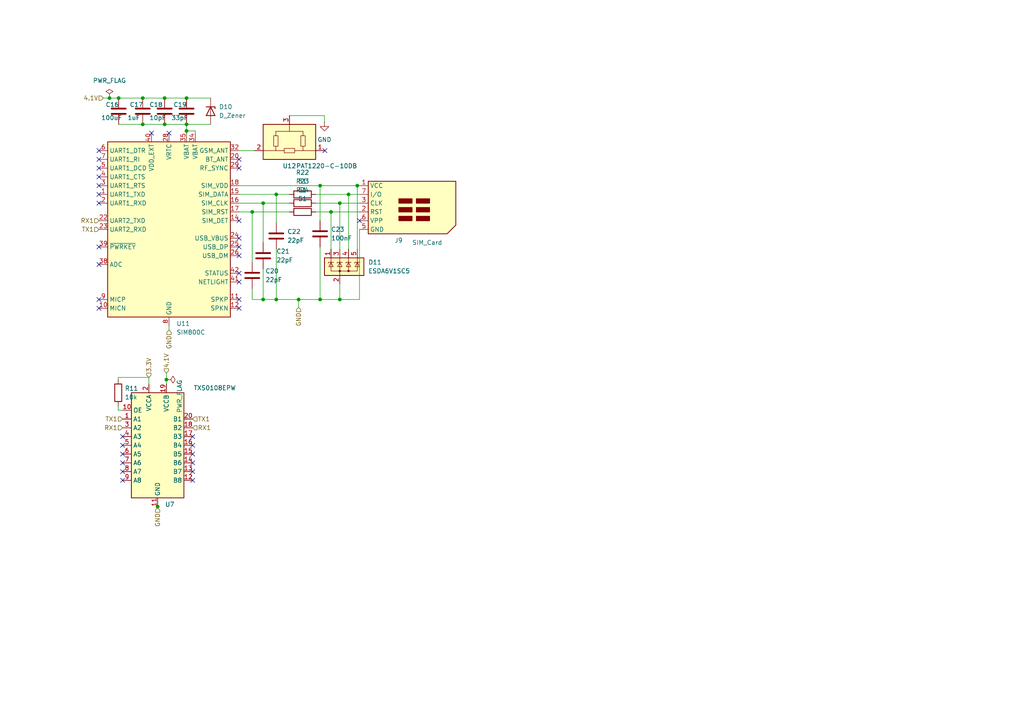
<source format=kicad_sch>
(kicad_sch (version 20250114) (generator "eeschema") (generator_version "9.0")
  (paper "A4")
  (lib_symbols
    (symbol "Connector:SIM_Card"
      (property "Reference" "J1" (at 17.145 2.5401 0))
      (property "Value" "SIM_Card" (at 17.145 0.0001 0))
      (symbol "SIM_Card_0_1"
        (polyline (pts (xy -10.16 8.89) (xy 15.24 8.89) (xy 15.24 -3.81) (xy 12.7 -6.35) (xy -10.16 -6.35) (xy -10.16 8.89)) (stroke (width 0.254)) (fill (type background)))
        (rectangle (start -1.27 2.54) (end 2.54 3.81) (stroke (width 0.254)) (fill (type outline)))
        (rectangle (start -1.27 0) (end 2.54 1.27) (stroke (width 0.254)) (fill (type outline)))
        (rectangle (start -1.27 -2.54) (end 2.54 -1.27) (stroke (width 0.254)) (fill (type outline)))
        (rectangle (start 3.81 2.54) (end 7.62 3.81) (stroke (width 0.254)) (fill (type outline)))
        (rectangle (start 3.81 0) (end 7.62 1.27) (stroke (width 0.254)) (fill (type outline)))
        (rectangle (start 3.81 -1.27) (end 7.62 -2.54) (stroke (width 0.254)) (fill (type outline)))
      )
      (symbol "SIM_Card_1_1"
        (pin power_in line (at -12.7 7.62 0) (length 2.54) (name "VCC") (number "1"))
        (pin bidirectional line (at -12.7 5.08 0) (length 2.54) (name "I/O") (number "7"))
        (pin input line (at -12.7 2.54 0) (length 2.54) (name "CLK") (number "3"))
        (pin input line (at -12.7 0 0) (length 2.54) (name "RST") (number "2"))
        (pin input line (at -12.7 -2.54 0) (length 2.54) (name "VPP") (number "6"))
        (pin power_in line (at -12.7 -5.08 0) (length 2.54) (name "GND") (number "5"))
      )
    )
    (symbol "D_Zener_1" (pin_numbers (hide yes)) (pin_names (offset 1.016) (hide yes))
      (property "Reference" "D7" (at -1.2701 3.175 90))
      (property "Value" "5.1V, 500mA" (at 1.2699 3.175 90))
      (symbol "D_Zener_1_0_1"
        (polyline (pts (xy -1.27 -1.27) (xy -1.27 1.27) (xy -0.762 1.27)) (stroke (width 0.254)))
        (polyline (pts (xy 1.27 0) (xy -1.27 0)))
        (polyline (pts (xy 1.27 -1.27) (xy 1.27 1.27) (xy -1.27 0) (xy 1.27 -1.27)) (stroke (width 0.254)))
      )
      (symbol "D_Zener_1_1_1"
        (pin passive line (at -3.81 0 0) (length 2.54) (name "K") (number "1"))
        (pin passive line (at 3.81 0 180) (length 2.54) (name "A") (number "2"))
      )
    )
    (symbol "Device:C" (pin_numbers (hide yes)) (pin_names (offset 0.254))
      (property "Reference" "C" (at 0.635 2.54 0))
      (property "Value" "C" (at 0.635 -2.54 0))
      (symbol "C_0_1"
        (polyline (pts (xy -2.032 0.762) (xy 2.032 0.762)) (stroke (width 0.508)))
        (polyline (pts (xy -2.032 -0.762) (xy 2.032 -0.762)) (stroke (width 0.508)))
      )
      (symbol "C_1_1"
        (pin passive line (at 0 3.81 270) (length 2.794) (name "~") (number "1"))
        (pin passive line (at 0 -3.81 90) (length 2.794) (name "~") (number "2"))
      )
    )
    (symbol "Device:R" (pin_numbers (hide yes)) (pin_names (offset 0))
      (property "Reference" "R" (at 2.032 0 90))
      (property "Value" "R" (at 0 0 90))
      (symbol "R_0_1"
        (rectangle (start -1.016 -2.54) (end 1.016 2.54) (stroke (width 0.254)))
      )
      (symbol "R_1_1"
        (pin passive line (at 0 3.81 270) (length 1.27) (name "~") (number "1"))
        (pin passive line (at 0 -3.81 90) (length 1.27) (name "~") (number "2"))
      )
    )
    (symbol "Logic_LevelTranslator:TXS0108EPW"
      (property "Reference" "U" (at -6.35 16.51 0))
      (property "Value" "TXS0108EPW" (at 3.81 16.51 0))
      (symbol "TXS0108EPW_0_1"
        (rectangle (start -7.62 15.24) (end 7.62 -15.24) (stroke (width 0.254)) (fill (type background)))
      )
      (symbol "TXS0108EPW_1_1"
        (pin input line (at -10.16 10.16 0) (length 2.54) (name "OE") (number "10"))
        (pin bidirectional line (at -10.16 7.62 0) (length 2.54) (name "A1") (number "1"))
        (pin bidirectional line (at -10.16 5.08 0) (length 2.54) (name "A2") (number "3"))
        (pin bidirectional line (at -10.16 2.54 0) (length 2.54) (name "A3") (number "4"))
        (pin bidirectional line (at -10.16 0 0) (length 2.54) (name "A4") (number "5"))
        (pin bidirectional line (at -10.16 -2.54 0) (length 2.54) (name "A5") (number "6"))
        (pin bidirectional line (at -10.16 -5.08 0) (length 2.54) (name "A6") (number "7"))
        (pin bidirectional line (at -10.16 -7.62 0) (length 2.54) (name "A7") (number "8"))
        (pin bidirectional line (at -10.16 -10.16 0) (length 2.54) (name "A8") (number "9"))
        (pin power_in line (at -2.54 17.78 270) (length 2.54) (name "VCCA") (number "2"))
        (pin power_in line (at 0 -17.78 90) (length 2.54) (name "GND") (number "11"))
        (pin power_in line (at 2.54 17.78 270) (length 2.54) (name "VCCB") (number "19"))
        (pin bidirectional line (at 10.16 7.62 180) (length 2.54) (name "B1") (number "20"))
        (pin bidirectional line (at 10.16 5.08 180) (length 2.54) (name "B2") (number "18"))
        (pin bidirectional line (at 10.16 2.54 180) (length 2.54) (name "B3") (number "17"))
        (pin bidirectional line (at 10.16 0 180) (length 2.54) (name "B4") (number "16"))
        (pin bidirectional line (at 10.16 -2.54 180) (length 2.54) (name "B5") (number "15"))
        (pin bidirectional line (at 10.16 -5.08 180) (length 2.54) (name "B6") (number "14"))
        (pin bidirectional line (at 10.16 -7.62 180) (length 2.54) (name "B7") (number "13"))
        (pin bidirectional line (at 10.16 -10.16 180) (length 2.54) (name "B8") (number "12"))
      )
    )
    (symbol "PWR_FLAG_1" (power) (pin_numbers (hide yes)) (pin_names (offset 0) (hide yes))
      (property "Value" "PWR_FLAG" (at 0.0001 3.81 90))
      (symbol "PWR_FLAG_1_0_1"
        (polyline (pts (xy 0 0) (xy 0 1.27) (xy -1.016 1.905) (xy 0 2.54) (xy 1.016 1.905) (xy 0 1.27)))
      )
      (symbol "PWR_FLAG_1_1_0"
        (pin power_in line (at 0 0 90) (length 0) (name "~") (number "1"))
      )
    )
    (symbol "Power_Protection:ESDA6V1SC5" (pin_names (hide yes))
      (property "Reference" "D" (at 7.62 2.54 0))
      (property "Value" "ESDA6V1SC5" (at 7.62 0.635 0))
      (symbol "ESDA6V1SC5_0_0"
        (pin passive line (at 0 -5.08 90) (length 2.54) (name "A") (number "2"))
      )
      (symbol "ESDA6V1SC5_0_1"
        (rectangle (start -4.445 2.54) (end 6.985 -2.54) (stroke (width 0.254)) (fill (type background)))
        (polyline (pts (xy -3.302 1.016) (xy -3.302 1.27) (xy -1.778 1.27)))
        (polyline (pts (xy -2.54 2.54) (xy -2.54 1.27)))
        (polyline (pts (xy -2.54 1.27) (xy -2.54 -1.27) (xy 2.54 -1.27) (xy 2.54 1.27)))
        (polyline (pts (xy -2.54 1.27) (xy -1.905 0) (xy -3.175 0) (xy -2.54 1.27)))
        (polyline (pts (xy 0 2.54) (xy 0 1.27)))
        (polyline (pts (xy 0 -1.27) (xy 0 1.27)))
        (polyline (pts (xy 0 -1.27) (xy 0 -2.54)))
        (circle (center 0 -1.27) (radius 0.254) (fill (type outline)))
        (polyline (pts (xy 0.635 0) (xy -0.635 0) (xy 0 1.27) (xy 0.635 0)))
        (polyline (pts (xy 0.762 1.27) (xy -0.762 1.27) (xy -0.762 1.016)))
        (polyline (pts (xy 1.778 1.016) (xy 1.778 1.27) (xy 3.175 1.27) (xy 3.302 1.27)))
        (polyline (pts (xy 2.54 2.54) (xy 2.54 1.27)))
        (polyline (pts (xy 2.54 1.27) (xy 1.905 0) (xy 3.175 0) (xy 2.54 1.27)))
        (circle (center 2.54 -1.27) (radius 0.254) (fill (type outline)))
        (polyline (pts (xy 4.318 1.016) (xy 4.318 1.27) (xy 5.715 1.27) (xy 5.842 1.27)))
        (polyline (pts (xy 5.08 2.54) (xy 5.08 1.27)))
        (polyline (pts (xy 5.08 1.27) (xy 5.08 -1.27) (xy 2.54 -1.27)))
        (polyline (pts (xy 5.08 1.27) (xy 4.445 0) (xy 5.715 0) (xy 5.08 1.27)))
      )
      (symbol "ESDA6V1SC5_1_1"
        (pin passive line (at -2.54 5.08 270) (length 2.54) (name "K") (number "1"))
        (pin passive line (at 0 5.08 270) (length 2.54) (name "K") (number "3"))
        (pin passive line (at 2.54 5.08 270) (length 2.54) (name "K") (number "4"))
        (pin passive line (at 5.08 5.08 270) (length 2.54) (name "K") (number "5"))
      )
    )
    (symbol "RF:PAT1220-C-10DB"
      (property "Reference" "U" (at -6.35 6.35 0))
      (property "Value" "PAT1220-C-10DB" (at 5.08 6.35 0))
      (symbol "PAT1220-C-10DB_0_1"
        (rectangle (start -7.62 5.08) (end 7.62 -5.08) (stroke (width 0.254)) (fill (type background)))
        (polyline (pts (xy -3.937 1.27) (xy -3.937 2.54)))
        (polyline (pts (xy -3.937 -3.048) (xy 3.937 -3.048)))
        (polyline (pts (xy -1.524 2.54) (xy -7.62 2.54)))
        (polyline (pts (xy 0 -5.08) (xy 0 -3.048)))
        (polyline (pts (xy 3.937 1.27) (xy 3.937 2.54)))
        (pin passive line (at 0 -7.62 90) (length 2.54) (name "~") (number "3"))
      )
      (symbol "PAT1220-C-10DB_1_1"
        (rectangle (start -4.572 -1.778) (end -3.302 1.27))
        (polyline (pts (xy -3.937 -3.048) (xy -3.937 -1.778)))
        (rectangle (start -1.524 3.175) (end 1.524 1.905))
        (rectangle (start 3.302 -1.778) (end 4.572 1.27))
        (polyline (pts (xy 3.937 -3.048) (xy 3.937 -1.778)))
        (polyline (pts (xy 7.62 2.54) (xy 1.524 2.54)))
        (pin passive line (at -10.16 2.54 0) (length 2.54) (name "~") (number "1"))
        (pin passive line (at 10.16 2.54 180) (length 2.54) (name "~") (number "2"))
      )
    )
    (symbol "RF_GSM:SIM800C"
      (property "Reference" "U4" (at 2.1433 -27.305 0))
      (property "Value" "SIM800C" (at 2.1433 -29.845 0))
      (symbol "SIM800C_0_1"
        (rectangle (start -17.78 25.4) (end 17.78 -25.4) (stroke (width 0.254)) (fill (type background)))
      )
      (symbol "SIM800C_1_1"
        (pin input line (at -20.32 22.86 0) (length 2.54) (name "UART1_DTR") (number "6"))
        (pin output line (at -20.32 20.32 0) (length 2.54) (name "UART1_RI") (number "7"))
        (pin output line (at -20.32 17.78 0) (length 2.54) (name "UART1_DCD") (number "5"))
        (pin output line (at -20.32 15.24 0) (length 2.54) (name "UART1_CTS") (number "4"))
        (pin input line (at -20.32 12.7 0) (length 2.54) (name "UART1_RTS") (number "3"))
        (pin output line (at -20.32 10.16 0) (length 2.54) (name "UART1_TXD") (number "1"))
        (pin input line (at -20.32 7.62 0) (length 2.54) (name "UART1_RXD") (number "2"))
        (pin output line (at -20.32 2.54 0) (length 2.54) (name "UART2_TXD") (number "22"))
        (pin input line (at -20.32 0 0) (length 2.54) (name "UART2_RXD") (number "23"))
        (pin input line (at -20.32 -5.08 0) (length 2.54) (name "~{PWRKEY}") (number "39"))
        (pin input line (at -20.32 -10.16 0) (length 2.54) (name "ADC") (number "38"))
        (pin input line (at -20.32 -20.32 0) (length 2.54) (name "MICP") (number "9"))
        (pin input line (at -20.32 -22.86 0) (length 2.54) (name "MICN") (number "10"))
        (pin power_out line (at -5.08 27.94 270) (length 2.54) (name "VDD_EXT") (number "40"))
        (pin power_in line (at 0 27.94 270) (length 2.54) (name "VRTC") (number "28"))
        (pin passive line (at 0 -27.94 90) (length 2.54) (hide yes) (name "GND") (number "13"))
        (pin passive line (at 0 -27.94 90) (length 2.54) (hide yes) (name "GND") (number "19"))
        (pin passive line (at 0 -27.94 90) (length 2.54) (hide yes) (name "GND") (number "21"))
        (pin passive line (at 0 -27.94 90) (length 2.54) (hide yes) (name "GND") (number "27"))
        (pin passive line (at 0 -27.94 90) (length 2.54) (hide yes) (name "GND") (number "30"))
        (pin passive line (at 0 -27.94 90) (length 2.54) (hide yes) (name "GND") (number "31"))
        (pin passive line (at 0 -27.94 90) (length 2.54) (hide yes) (name "GND") (number "33"))
        (pin passive line (at 0 -27.94 90) (length 2.54) (hide yes) (name "GND") (number "36"))
        (pin passive line (at 0 -27.94 90) (length 2.54) (hide yes) (name "GND") (number "37"))
        (pin power_out line (at 0 -27.94 90) (length 2.54) (name "GND") (number "8"))
        (pin input line (at 5.08 27.94 270) (length 2.54) (name "VBAT") (number "35"))
        (pin input line (at 7.62 27.94 270) (length 2.54) (name "VBAT") (number "34"))
        (pin passive line (at 20.32 22.86 180) (length 2.54) (name "GSM_ANT") (number "32"))
        (pin passive line (at 20.32 20.32 180) (length 2.54) (name "BT_ANT") (number "20"))
        (pin output line (at 20.32 17.78 180) (length 2.54) (name "RF_SYNC") (number "29"))
        (pin power_out line (at 20.32 12.7 180) (length 2.54) (name "SIM_VDD") (number "18"))
        (pin bidirectional line (at 20.32 10.16 180) (length 2.54) (name "SIM_DATA") (number "15"))
        (pin output line (at 20.32 7.62 180) (length 2.54) (name "SIM_CLK") (number "16"))
        (pin output line (at 20.32 5.08 180) (length 2.54) (name "SIM_RST") (number "17"))
        (pin input line (at 20.32 2.54 180) (length 2.54) (name "SIM_DET") (number "14"))
        (pin input line (at 20.32 -2.54 180) (length 2.54) (name "USB_VBUS") (number "24"))
        (pin bidirectional line (at 20.32 -5.08 180) (length 2.54) (name "USB_DP") (number "25"))
        (pin bidirectional line (at 20.32 -7.62 180) (length 2.54) (name "USB_DM") (number "26"))
        (pin output line (at 20.32 -12.7 180) (length 2.54) (name "STATUS") (number "42"))
        (pin output line (at 20.32 -15.24 180) (length 2.54) (name "NETLIGHT") (number "41"))
        (pin output line (at 20.32 -20.32 180) (length 2.54) (name "SPKP") (number "11"))
        (pin output line (at 20.32 -22.86 180) (length 2.54) (name "SPKN") (number "12"))
      )
    )
    (symbol "power:GND" (power) (pin_numbers (hide yes)) (pin_names (offset 0) (hide yes))
      (property "Value" "GND" (at 0 -3.81 0))
      (symbol "GND_0_1"
        (polyline (pts (xy 0 0) (xy 0 -1.27) (xy 1.27 -1.27) (xy 0 -2.54) (xy -1.27 -1.27) (xy 0 -1.27)))
      )
      (symbol "GND_1_1"
        (pin power_in line (at 0 0 270) (length 0) (name "~") (number "1"))
      )
    )
    (symbol "power:PWR_FLAG" (power) (pin_numbers (hide yes)) (pin_names (offset 0) (hide yes))
      (property "Value" "PWR_FLAG" (at 0 5.08 0))
      (symbol "PWR_FLAG_0_1"
        (polyline (pts (xy 0 0) (xy 0 1.27) (xy -1.016 1.905) (xy 0 2.54) (xy 1.016 1.905) (xy 0 1.27)))
      )
      (symbol "PWR_FLAG_1_0"
        (pin power_in line (at 0 0 90) (length 0) (name "~") (number "1"))
      )
    )
  )
  (junction (at 98.552 58.928))
  (junction (at 76.327 58.928))
  (junction (at 34.417 28.448))
  (junction (at 54.102 36.068))
  (junction (at 98.552 86.868))
  (junction (at 54.102 37.973))
  (junction (at 96.012 61.468))
  (junction (at 76.327 86.868))
  (junction (at 86.614 86.868))
  (junction (at 45.72 146.939))
  (junction (at 92.837 86.868))
  (junction (at 73.152 61.468))
  (junction (at 41.402 36.068))
  (junction (at 48.26 110.109))
  (junction (at 31.75 28.448))
  (junction (at 92.837 53.848))
  (junction (at 103.632 53.848))
  (junction (at 101.092 56.388))
  (junction (at 80.137 56.388))
  (junction (at 80.137 86.868))
  (junction (at 54.102 28.448))
  (junction (at 41.402 28.448))
  (junction (at 47.752 28.448))
  (junction (at 47.752 36.068))
  (no_connect (at 35.56 136.779))
  (no_connect (at 55.88 139.319))
  (no_connect (at 28.702 51.308))
  (no_connect (at 35.56 126.619))
  (no_connect (at 104.267 64.008))
  (no_connect (at 69.342 69.088))
  (no_connect (at 28.702 76.708))
  (no_connect (at 69.342 71.628))
  (no_connect (at 69.342 64.008))
  (no_connect (at 55.88 129.159))
  (no_connect (at 28.702 48.768))
  (no_connect (at 28.702 71.628))
  (no_connect (at 55.88 131.699))
  (no_connect (at 69.342 79.248))
  (no_connect (at 35.56 134.239))
  (no_connect (at 35.56 139.319))
  (no_connect (at 28.702 53.848))
  (no_connect (at 28.702 86.868))
  (no_connect (at 49.022 38.608))
  (no_connect (at 69.342 74.168))
  (no_connect (at 28.702 58.928))
  (no_connect (at 55.88 126.619))
  (no_connect (at 69.342 81.788))
  (no_connect (at 55.88 134.239))
  (no_connect (at 28.702 46.228))
  (no_connect (at 69.342 89.408))
  (no_connect (at 28.702 89.408))
  (no_connect (at 43.942 38.608))
  (no_connect (at 69.342 86.868))
  (no_connect (at 28.702 43.688))
  (no_connect (at 69.342 46.228))
  (no_connect (at 55.88 136.779))
  (no_connect (at 35.56 129.159))
  (no_connect (at 94.234 43.688))
  (no_connect (at 69.342 48.768))
  (no_connect (at 35.56 131.699))
  (no_connect (at 28.702 56.388))
  (wire (pts (xy 101.092 56.388) (xy 104.267 56.388)))
  (wire (pts (xy 92.837 53.848) (xy 92.837 64.008)))
  (wire (pts (xy 69.342 61.468) (xy 73.152 61.468)))
  (wire (pts (xy 31.75 28.448) (xy 34.417 28.448)))
  (wire (pts (xy 92.837 53.848) (xy 103.632 53.848)))
  (wire (pts (xy 76.327 58.928) (xy 76.327 70.358)))
  (wire (pts (xy 41.402 28.448) (xy 47.752 28.448)))
  (wire (pts (xy 56.642 38.608) (xy 56.642 37.973)))
  (wire (pts (xy 103.632 53.848) (xy 104.267 53.848)))
  (wire (pts (xy 29.972 28.448) (xy 31.75 28.448)))
  (wire (pts (xy 73.152 86.868) (xy 76.327 86.868)))
  (wire (pts (xy 54.102 36.068) (xy 61.087 36.068)))
  (wire (pts (xy 54.102 36.068) (xy 54.102 37.973)))
  (wire (pts (xy 49.022 94.488) (xy 49.022 95.758)))
  (wire (pts (xy 41.402 36.068) (xy 47.752 36.068)))
  (wire (pts (xy 96.012 72.263) (xy 96.012 61.468)))
  (wire (pts (xy 80.137 86.868) (xy 86.614 86.868)))
  (wire (pts (xy 69.342 58.928) (xy 76.327 58.928)))
  (wire (pts (xy 47.752 28.448) (xy 54.102 28.448)))
  (wire (pts (xy 45.72 146.812) (xy 45.72 146.939)))
  (wire (pts (xy 56.642 37.973) (xy 54.102 37.973)))
  (wire (pts (xy 91.567 61.468) (xy 96.012 61.468)))
  (wire (pts (xy 86.614 86.868) (xy 86.614 89.154)))
  (wire (pts (xy 54.102 28.448) (xy 61.087 28.448)))
  (wire (pts (xy 104.267 66.548) (xy 104.267 86.868)))
  (wire (pts (xy 34.29 117.729) (xy 34.29 118.999)))
  (wire (pts (xy 98.552 58.928) (xy 104.267 58.928)))
  (wire (pts (xy 92.837 71.628) (xy 92.837 86.868)))
  (wire (pts (xy 34.417 28.448) (xy 41.402 28.448)))
  (wire (pts (xy 98.552 82.423) (xy 98.552 86.868)))
  (wire (pts (xy 69.342 53.848) (xy 92.837 53.848)))
  (wire (pts (xy 47.752 36.068) (xy 54.102 36.068)))
  (wire (pts (xy 98.552 58.928) (xy 98.552 72.263)))
  (wire (pts (xy 69.342 43.688) (xy 73.787 43.688)))
  (wire (pts (xy 91.567 58.928) (xy 98.552 58.928)))
  (wire (pts (xy 34.29 109.474) (xy 34.29 110.109)))
  (wire (pts (xy 73.152 61.468) (xy 83.947 61.468)))
  (wire (pts (xy 69.342 56.388) (xy 80.137 56.388)))
  (wire (pts (xy 76.327 58.928) (xy 83.947 58.928)))
  (wire (pts (xy 91.567 56.388) (xy 101.092 56.388)))
  (wire (pts (xy 45.72 146.939) (xy 45.72 147.32)))
  (wire (pts (xy 83.947 33.528) (xy 94.107 33.528)))
  (wire (pts (xy 76.327 77.978) (xy 76.327 86.868)))
  (wire (pts (xy 34.29 118.999) (xy 35.56 118.999)))
  (wire (pts (xy 54.102 37.973) (xy 54.102 38.608)))
  (wire (pts (xy 73.152 83.693) (xy 73.152 86.868)))
  (wire (pts (xy 34.417 36.068) (xy 41.402 36.068)))
  (wire (pts (xy 48.26 110.109) (xy 48.26 111.379)))
  (wire (pts (xy 96.012 61.468) (xy 104.267 61.468)))
  (wire (pts (xy 80.137 56.388) (xy 83.947 56.388)))
  (wire (pts (xy 34.29 109.474) (xy 43.18 109.474)))
  (wire (pts (xy 101.092 56.388) (xy 101.092 72.263)))
  (wire (pts (xy 48.26 108.204) (xy 48.26 110.109)))
  (wire (pts (xy 43.18 109.474) (xy 43.18 111.379)))
  (wire (pts (xy 94.107 33.528) (xy 94.107 35.433)))
  (wire (pts (xy 73.152 61.468) (xy 73.152 76.073)))
  (wire (pts (xy 86.614 86.868) (xy 92.837 86.868)))
  (wire (pts (xy 92.837 86.868) (xy 98.552 86.868)))
  (wire (pts (xy 76.327 86.868) (xy 80.137 86.868)))
  (wire (pts (xy 80.137 56.388) (xy 80.137 64.643)))
  (wire (pts (xy 104.267 86.868) (xy 98.552 86.868)))
  (wire (pts (xy 103.632 53.848) (xy 103.632 72.263)))
  (wire (pts (xy 80.137 72.263) (xy 80.137 86.868)))
  (hierarchical_label "GND" (shape input) (at 49.022 95.758 270))
  (hierarchical_label "4.1V" (shape input) (at 29.972 28.448 180))
  (hierarchical_label "3.3V" (shape input) (at 43.18 109.474 90))
  (hierarchical_label "TX1" (shape input) (at 28.702 66.548 180))
  (hierarchical_label "4.1V" (shape input) (at 48.26 108.204 90))
  (hierarchical_label "RX1" (shape input) (at 55.88 124.079 0))
  (hierarchical_label "RX1" (shape input) (at 35.56 124.079 180))
  (hierarchical_label "RX1" (shape input) (at 28.702 64.008 180))
  (hierarchical_label "TX1" (shape input) (at 35.56 121.539 180))
  (hierarchical_label "GND" (shape input) (at 86.614 89.154 270))
  (hierarchical_label "TX1" (shape input) (at 55.88 121.539 0))
  (hierarchical_label "GND" (shape input) (at 45.72 147.32 270))
  (symbol (lib_id "Device:R") (at 34.29 113.919 180) (unit 1)
    (property "Reference" "R11" (at 36.195 112.6489 0) (effects (justify right)))
    (property "Value" "10k" (at 36.195 115.1889 0) (effects (justify right)))
    (property "Footprint" "Resistor_SMD:R_0805_2012Metric" (effects (hide yes)))
    (property "Description" "Resistor" (effects (hide yes)))
  )
  (symbol (lib_id "Device:C") (at 54.102 32.258 0) (unit 1)
    (property "Reference" "C19" (at 50.292 30.353 0) (effects (justify left)))
    (property "Value" "33pF" (at 49.657 34.163 0) (effects (justify left)))
    (property "Footprint" "Capacitor_SMD:C_0805_2012Metric" (effects (hide yes)))
    (property "Description" "Unpolarized capacitor" (effects (hide yes)))
  )
  (symbol (lib_id "Device:C") (at 92.837 67.818 0) (unit 1)
    (property "Reference" "C23" (at 96.012 66.5479 0) (effects (justify left)))
    (property "Value" "100nF" (at 96.012 69.0879 0) (effects (justify left)))
    (property "Footprint" "Capacitor_SMD:C_0805_2012Metric" (effects (hide yes)))
    (property "Description" "Unpolarized capacitor" (effects (hide yes)))
  )
  (symbol (lib_id "Logic_LevelTranslator:TXS0108EPW") (at 45.72 129.159 0) (unit 1)
    (property "Reference" "U7" (at 47.8633 146.304 0) (effects (justify left)))
    (property "Value" "TXS0108EPW" (at 56.134 112.522 0) (effects (justify left)))
    (property "Footprint" "Package_SO:TSSOP-20_4.4x6.5mm_P0.65mm" (effects (hide yes)))
    (property "Datasheet" "www.ti.com/lit/ds/symlink/txs0108e.pdf" (effects (hide yes)))
    (property "Description" "Bidirectional  level-shifting voltage translator, TSSOP-20" (effects (hide yes)))
  )
  (symbol (lib_id "Device:C") (at 47.752 32.258 0) (unit 1)
    (property "Reference" "C18" (at 43.307 30.353 0) (effects (justify left)))
    (property "Value" "10pF" (at 43.307 34.163 0) (effects (justify left)))
    (property "Footprint" "Capacitor_SMD:C_0805_2012Metric" (effects (hide yes)))
    (property "Description" "Unpolarized capacitor" (effects (hide yes)))
  )
  (symbol (lib_id "Device:C") (at 80.137 68.453 0) (unit 1)
    (property "Reference" "C22" (at 83.312 67.1829 0) (effects (justify left)))
    (property "Value" "22pF" (at 83.312 69.7229 0) (effects (justify left)))
    (property "Footprint" "Capacitor_SMD:C_0805_2012Metric" (effects (hide yes)))
    (property "Description" "Unpolarized capacitor" (effects (hide yes)))
  )
  (symbol (lib_id "Device:C") (at 41.402 32.258 0) (unit 1)
    (property "Reference" "C17" (at 37.592 30.353 0) (effects (justify left)))
    (property "Value" "1uF" (at 36.957 34.163 0) (effects (justify left)))
    (property "Footprint" "Capacitor_SMD:C_0805_2012Metric" (effects (hide yes)))
    (property "Description" "Unpolarized capacitor" (effects (hide yes)))
  )
  (symbol (lib_id "power:GND") (at 94.107 35.433 0) (unit 1)
    (property "Reference" "#PWR018" (effects (hide yes)))
    (property "Value" "GND" (at 94.107 40.513 0))
    (property "Description" "Power symbol creates a global label with name \"GND\" , ground" (effects (hide yes)))
  )
  (symbol (lib_id "Device:C") (at 76.327 74.168 0) (unit 1)
    (property "Reference" "C21" (at 80.137 72.8979 0) (effects (justify left)))
    (property "Value" "22pF" (at 80.137 75.4379 0) (effects (justify left)))
    (property "Footprint" "Capacitor_SMD:C_0805_2012Metric" (effects (hide yes)))
    (property "Description" "Unpolarized capacitor" (effects (hide yes)))
  )
  (symbol (lib_id "RF:PAT1220-C-10DB") (at 83.947 41.148 180) (unit 1)
    (property "Reference" "U12" (at 83.947 48.133 0))
    (property "Value" "PAT1220-C-10DB" (at 94.742 48.133 0))
    (property "Footprint" "RF_Converter:RF_Attenuator_Susumu_PAT1220" (effects (hide yes)))
    (property "Datasheet" "https://www.susumu.co.jp/common/pdf/n_catalog_partition16_en.pdf" (effects (hide yes)))
    (property "Description" "10GHz RF Attenuator, 50ohm Matched Impedance, 10dB Attenuation, PAT1220" (effects (hide yes)))
  )
  (symbol (lib_name "PWR_FLAG_1") (lib_id "power:PWR_FLAG") (at 48.26 110.109 270) (unit 1)
    (property "Reference" "#FLG0102" (effects (hide yes)))
    (property "Value" "PWR_FLAG" (at 52.07 110.1091 0) (effects (justify left)))
    (property "Description" "Special symbol for telling ERC where power comes from" (effects (hide yes)))
  )
  (symbol (lib_id "Connector:SIM_Card") (at 116.967 61.468 0) (unit 1)
    (property "Reference" "J9" (at 114.427 69.723 0) (effects (justify left)))
    (property "Value" "SIM_Card" (at 119.507 70.358 0) (effects (justify left)))
    (property "Footprint" "Connector_Card:nanoSIM_GCT_SIM8060-6-0-14-00" (effects (hide yes)))
    (property "Description" "SIM Card" (effects (hide yes)))
  )
  (symbol (lib_name "D_Zener_1") (lib_id "Device:D_Zener") (at 61.087 32.258 270) (unit 1)
    (property "Reference" "D10" (at 63.5 30.9879 90) (effects (justify left)))
    (property "Value" "D_Zener" (at 63.5 33.5279 90) (effects (justify left)))
    (property "Footprint" "Diode_SMD:D_SOD-323F" (effects (hide yes)))
    (property "Description" "Zener diode" (effects (hide yes)))
  )
  (symbol (lib_id "Device:R") (at 87.757 56.388 90) (unit 1)
    (property "Reference" "R22" (at 87.757 50.038 90))
    (property "Value" "51" (at 87.757 52.578 90))
    (property "Footprint" "Resistor_SMD:R_0805_2012Metric" (effects (hide yes)))
    (property "Description" "Resistor" (effects (hide yes)))
  )
  (symbol (lib_id "power:PWR_FLAG") (at 31.75 28.448 0) (unit 1)
    (property "Reference" "#FLG04" (effects (hide yes)))
    (property "Value" "PWR_FLAG" (at 31.75 23.368 0))
    (property "Description" "Special symbol for telling ERC where power comes from" (effects (hide yes)))
  )
  (symbol (lib_id "Device:C") (at 73.152 79.883 0) (unit 1)
    (property "Reference" "C20" (at 76.962 78.6129 0) (effects (justify left)))
    (property "Value" "22pF" (at 76.962 81.1529 0) (effects (justify left)))
    (property "Footprint" "Capacitor_SMD:C_0805_2012Metric" (effects (hide yes)))
    (property "Description" "Unpolarized capacitor" (effects (hide yes)))
  )
  (symbol (lib_id "Device:C") (at 34.417 32.258 0) (unit 1)
    (property "Reference" "C16" (at 30.607 30.353 0) (effects (justify left)))
    (property "Value" "100uF" (at 29.337 34.163 0) (effects (justify left)))
    (property "Footprint" "Capacitor_SMD:C_0805_2012Metric" (effects (hide yes)))
    (property "Description" "Unpolarized capacitor" (effects (hide yes)))
  )
  (symbol (lib_id "RF_GSM:SIM800C") (at 49.022 66.548 0) (unit 1)
    (property "Reference" "U11" (at 51.1653 93.853 0) (effects (justify left)))
    (property "Value" "SIM800C" (at 51.1653 96.393 0) (effects (justify left)))
    (property "Footprint" "RF_GSM:SIMCom_SIM800C" (effects (hide yes)))
    (property "Datasheet" "http://simcom.ee/documents/SIM800C/SIM800C_Hardware_Design_V1.05.pdf" (effects (hide yes)))
    (property "Description" "GSM Quad-Band Communication Module, GPRS, Audio Engine, AT Command Set, Bluetooth is Optional" (effects (hide yes)))
  )
  (symbol (lib_id "Device:R") (at 87.757 58.928 90) (unit 1)
    (property "Reference" "R23" (at 87.757 52.578 90))
    (property "Value" "51" (at 87.757 55.118 90))
    (property "Footprint" "Resistor_SMD:R_0805_2012Metric" (effects (hide yes)))
    (property "Description" "Resistor" (effects (hide yes)))
  )
  (symbol (lib_id "Device:R") (at 87.757 61.468 90) (unit 1)
    (property "Reference" "R24" (at 87.757 55.118 90))
    (property "Value" "51" (at 87.757 57.658 90))
    (property "Footprint" "Resistor_SMD:R_0805_2012Metric" (effects (hide yes)))
    (property "Description" "Resistor" (effects (hide yes)))
  )
  (symbol (lib_id "Power_Protection:ESDA6V1SC5") (at 98.552 77.343 0) (unit 1)
    (property "Reference" "D11" (at 106.807 76.0729 0) (effects (justify left)))
    (property "Value" "ESDA6V1SC5" (at 106.807 78.6129 0) (effects (justify left)))
    (property "Footprint" "Package_TO_SOT_SMD:SOT-23-5" (effects (hide yes)))
    (property "Datasheet" "https://www.st.com/resource/en/datasheet/esda5v3sc6.pdf" (effects (hide yes)))
    (property "Description" "Quad TVS Diode Array, 6.1V Standoff, 4 Channels, 400W, ±30kV, SOT-23-5" (effects (hide yes)))
  )
)
</source>
